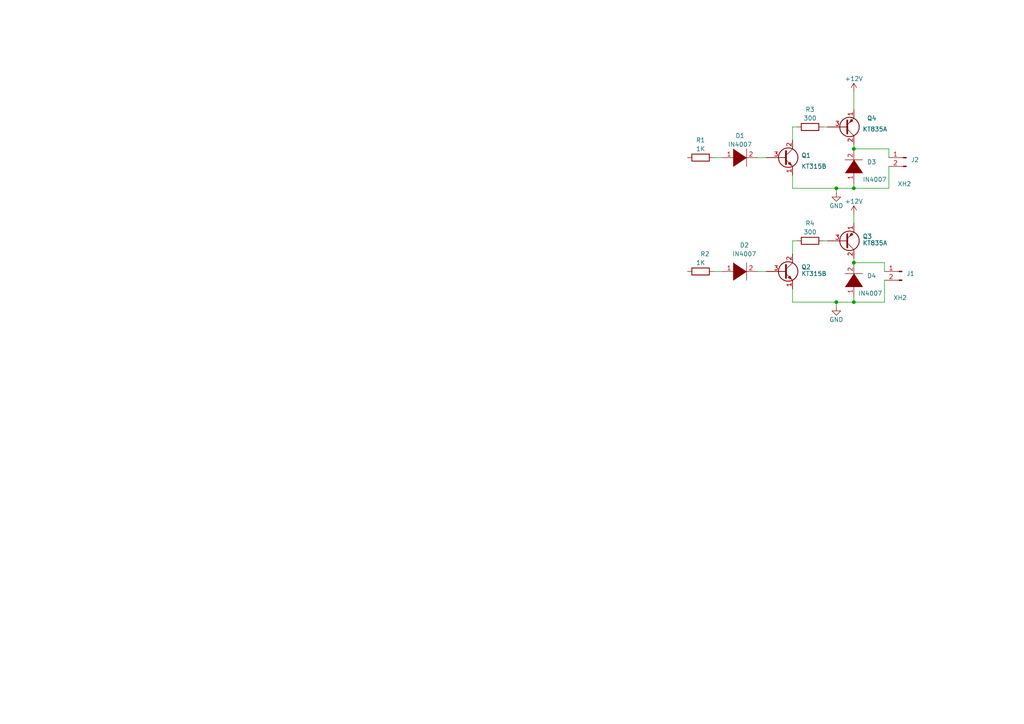
<source format=kicad_sch>
(kicad_sch (version 20220104) (generator eeschema)
  (paper "A4")
  (lib_symbols
    (symbol "Connector:Conn_01x02_Male" (pin_names (offset 1.016) hide)
      (property "Reference" "J" (at 0 2.54 0))
      (property "Value" "Conn_01x02_Male" (at 0 -5.08 0))
      (symbol "Conn_01x02_Male_1_1"
        (polyline (pts (xy 1.27 -2.54) (xy 0.8636 -2.54)) (stroke (width 0.1524)))
        (polyline (pts (xy 1.27 0) (xy 0.8636 0)) (stroke (width 0.1524)))
        (rectangle (start 0.8636 -2.413) (end 0 -2.667) (stroke (width 0.1524)) (fill (type outline)))
        (rectangle (start 0.8636 0.127) (end 0 -0.127) (stroke (width 0.1524)) (fill (type outline)))
        (pin passive line (at 5.08 0 180) (length 3.81) (name "Pin_1") (number "1"))
        (pin passive line (at 5.08 -2.54 180) (length 3.81) (name "Pin_2") (number "2"))
      )
    )
    (symbol "Device:Q_NPN_ECB" (pin_names (offset 0) hide)
      (property "Reference" "Q" (at 5.08 1.27 0))
      (property "Value" "Q_NPN_ECB" (at 5.08 -1.27 0))
      (symbol "Q_NPN_ECB_0_1"
        (polyline (pts (xy 0.635 0.635) (xy 2.54 2.54)))
        (polyline (pts (xy 0.635 -0.635) (xy 2.54 -2.54) (xy 2.54 -2.54)))
        (polyline (pts (xy 0.635 1.905) (xy 0.635 -1.905) (xy 0.635 -1.905)) (stroke (width 0.508)))
        (polyline (pts (xy 1.27 -1.778) (xy 1.778 -1.27) (xy 2.286 -2.286) (xy 1.27 -1.778) (xy 1.27 -1.778)) (fill (type outline)))
        (circle (center 1.27 0) (radius 2.8194) (stroke (width 0.254)))
      )
      (symbol "Q_NPN_ECB_1_1"
        (pin passive line (at 2.54 -5.08 90) (length 2.54) (name "E") (number "1"))
        (pin passive line (at 2.54 5.08 270) (length 2.54) (name "C") (number "2"))
        (pin passive line (at -5.08 0 0) (length 5.715) (name "B") (number "3"))
      )
    )
    (symbol "Device:Q_PNP_ECB" (pin_names (offset 0) hide)
      (property "Reference" "Q" (at 5.08 1.27 0))
      (property "Value" "Q_PNP_ECB" (at 5.08 -1.27 0))
      (symbol "Q_PNP_ECB_0_1"
        (polyline (pts (xy 0.635 0.635) (xy 2.54 2.54)))
        (polyline (pts (xy 0.635 -0.635) (xy 2.54 -2.54) (xy 2.54 -2.54)))
        (polyline (pts (xy 0.635 1.905) (xy 0.635 -1.905) (xy 0.635 -1.905)) (stroke (width 0.508)))
        (polyline (pts (xy 2.286 -1.778) (xy 1.778 -2.286) (xy 1.27 -1.27) (xy 2.286 -1.778) (xy 2.286 -1.778)) (fill (type outline)))
        (circle (center 1.27 0) (radius 2.8194) (stroke (width 0.254)))
      )
      (symbol "Q_PNP_ECB_1_1"
        (pin passive line (at 2.54 -5.08 90) (length 2.54) (name "E") (number "1"))
        (pin passive line (at 2.54 5.08 270) (length 2.54) (name "C") (number "2"))
        (pin input line (at -5.08 0 0) (length 5.715) (name "B") (number "3"))
      )
    )
    (symbol "Device:R" (pin_numbers hide) (pin_names (offset 0))
      (property "Reference" "R" (at 2.032 0 90))
      (property "Value" "R" (at 0 0 90))
      (symbol "R_0_1"
        (rectangle (start -1.016 -2.54) (end 1.016 2.54) (stroke (width 0.254)))
      )
      (symbol "R_1_1"
        (pin passive line (at 0 3.81 270) (length 1.27) (name "~") (number "1"))
        (pin passive line (at 0 -3.81 90) (length 1.27) (name "~") (number "2"))
      )
    )
    (symbol "power:+12V" (power) (pin_names (offset 0))
      (property "Value" "+12V" (at 0 3.556 0))
      (symbol "+12V_0_1"
        (polyline (pts (xy -0.762 1.27) (xy 0 2.54)))
        (polyline (pts (xy 0 0) (xy 0 2.54)))
        (polyline (pts (xy 0 2.54) (xy 0.762 1.27)))
      )
      (symbol "+12V_1_1"
        (pin power_in line (at 0 0 90) (length 0) hide (name "+12V") (number "1"))
      )
    )
    (symbol "power:GND" (power) (pin_names (offset 0))
      (property "Value" "GND" (at 0 -3.81 0))
      (symbol "GND_0_1"
        (polyline (pts (xy 0 0) (xy 0 -1.27) (xy 1.27 -1.27) (xy 0 -2.54) (xy -1.27 -1.27) (xy 0 -1.27)))
      )
      (symbol "GND_1_1"
        (pin power_in line (at 0 0 270) (length 0) hide (name "GND") (number "1"))
      )
    )
    (symbol "pspice:DIODE" (pin_names (offset 1.016) hide)
      (property "Reference" "D" (at 0 3.81 0))
      (property "Value" "DIODE" (at 0 -4.445 0))
      (symbol "DIODE_0_1"
        (polyline (pts (xy 1.905 2.54) (xy 1.905 -2.54)))
        (polyline (pts (xy -1.905 2.54) (xy -1.905 -2.54) (xy 1.905 0)) (fill (type outline)))
      )
      (symbol "DIODE_1_1"
        (pin input line (at -5.08 0 0) (length 3.81) (name "K") (number "1"))
        (pin input line (at 5.08 0 180) (length 3.81) (name "A") (number "2"))
      )
    )
  )
  (junction (at 242.57 54.61))
  (junction (at 242.57 87.63))
  (junction (at 247.65 54.61))
  (junction (at 247.65 76.2))
  (junction (at 247.65 43.18))
  (junction (at 247.65 87.63))
  (wire (pts (xy 229.87 54.61) (xy 242.57 54.61)))
  (wire (pts (xy 207.01 45.72) (xy 209.55 45.72)))
  (wire (pts (xy 229.87 36.83) (xy 231.14 36.83)))
  (wire (pts (xy 238.76 36.83) (xy 240.03 36.83)))
  (wire (pts (xy 242.57 54.61) (xy 247.65 54.61)))
  (wire (pts (xy 247.65 26.67) (xy 247.65 31.75)))
  (wire (pts (xy 247.65 87.63) (xy 256.54 87.63)))
  (wire (pts (xy 247.65 74.93) (xy 247.65 76.2)))
  (wire (pts (xy 247.65 86.36) (xy 247.65 87.63)))
  (wire (pts (xy 247.65 54.61) (xy 257.81 54.61)))
  (wire (pts (xy 256.54 78.74) (xy 256.54 76.2)))
  (wire (pts (xy 257.81 43.18) (xy 247.65 43.18)))
  (wire (pts (xy 257.81 45.72) (xy 257.81 43.18)))
  (wire (pts (xy 229.87 40.64) (xy 229.87 36.83)))
  (wire (pts (xy 219.71 45.72) (xy 222.25 45.72)))
  (wire (pts (xy 229.87 54.61) (xy 229.87 50.8)))
  (wire (pts (xy 256.54 87.63) (xy 256.54 81.28)))
  (wire (pts (xy 242.57 54.61) (xy 242.57 55.88)))
  (wire (pts (xy 219.71 78.74) (xy 222.25 78.74)))
  (wire (pts (xy 242.57 87.63) (xy 247.65 87.63)))
  (wire (pts (xy 207.01 78.74) (xy 209.55 78.74)))
  (wire (pts (xy 229.87 69.85) (xy 231.14 69.85)))
  (wire (pts (xy 247.65 62.23) (xy 247.65 64.77)))
  (wire (pts (xy 229.87 69.85) (xy 229.87 73.66)))
  (wire (pts (xy 257.81 48.26) (xy 257.81 54.61)))
  (wire (pts (xy 242.57 87.63) (xy 242.57 88.9)))
  (wire (pts (xy 256.54 76.2) (xy 247.65 76.2)))
  (wire (pts (xy 247.65 53.34) (xy 247.65 54.61)))
  (wire (pts (xy 238.76 69.85) (xy 240.03 69.85)))
  (wire (pts (xy 229.87 87.63) (xy 229.87 83.82)))
  (wire (pts (xy 229.87 87.63) (xy 242.57 87.63)))
  (wire (pts (xy 247.65 41.91) (xy 247.65 43.18)))
  (symbol (lib_id "Device:Q_NPN_ECB") (at 227.33 45.72 0) (unit 1)
    (property "Reference" "Q1" (at 232.41 45.085 0) (effects (justify left)))
    (property "Value" "KT315B" (at 232.41 48.26 0) (effects (justify left)))
  )
  (symbol (lib_id "pspice:DIODE") (at 247.65 48.26 90) (unit 1)
    (property "Reference" "D3" (at 251.46 46.99 90) (effects (justify right)))
    (property "Value" "IN4007" (at 250.19 52.07 90) (effects (justify right)))
  )
  (symbol (lib_id "pspice:DIODE") (at 214.63 45.72 0) (unit 1)
    (property "Reference" "D1" (at 214.63 39.37 0))
    (property "Value" "IN4007" (at 214.63 41.91 0))
  )
  (symbol (lib_id "Device:R") (at 234.95 36.83 90) (unit 1)
    (property "Reference" "R3" (at 234.95 31.75 90))
    (property "Value" "300" (at 234.95 34.29 90))
  )
  (symbol (lib_id "Device:Q_PNP_ECB") (at 245.11 69.85 0) (mirror x) (unit 1)
    (property "Reference" "Q3" (at 250.19 68.58 0) (effects (justify left)))
    (property "Value" "KT835A" (at 250.19 70.485 0) (effects (justify left)))
  )
  (symbol (lib_id "Connector:Conn_01x02_Male") (at 262.89 45.72 0) (mirror y) (unit 1)
    (property "Reference" "J2" (at 264.16 46.355 0) (effects (justify right)))
    (property "Value" "XH2" (at 260.35 53.34 0) (effects (justify right)))
  )
  (symbol (lib_id "Device:R") (at 203.2 78.74 90) (unit 1)
    (property "Reference" "R2" (at 204.47 73.66 90))
    (property "Value" "1K" (at 203.2 76.2 90))
  )
  (symbol (lib_id "Connector:Conn_01x02_Male") (at 261.62 78.74 0) (mirror y) (unit 1)
    (property "Reference" "J1" (at 262.89 79.375 0) (effects (justify right)))
    (property "Value" "XH2" (at 259.08 86.36 0) (effects (justify right)))
  )
  (symbol (lib_id "pspice:DIODE") (at 214.63 78.74 0) (unit 1)
    (property "Reference" "D2" (at 215.9 71.12 0))
    (property "Value" "IN4007" (at 215.9 73.66 0))
  )
  (symbol (lib_id "pspice:DIODE") (at 247.65 81.28 90) (unit 1)
    (property "Reference" "D4" (at 251.46 80.01 90) (effects (justify right)))
    (property "Value" "IN4007" (at 248.92 85.09 90) (effects (justify right)))
  )
  (symbol (lib_id "Device:R") (at 234.95 69.85 90) (unit 1)
    (property "Reference" "R4" (at 234.95 64.77 90))
    (property "Value" "300" (at 234.95 67.31 90))
  )
  (symbol (lib_id "power:GND") (at 242.57 55.88 0) (unit 1)
    (property "Reference" "#PWR01" (effects hide))
    (property "Value" "GND" (at 242.57 59.69 0))
  )
  (symbol (lib_id "power:+12V") (at 247.65 26.67 0) (unit 1)
    (property "Reference" "#PWR03" (effects hide))
    (property "Value" "+12V" (at 247.65 22.86 0))
  )
  (symbol (lib_id "power:GND") (at 242.57 88.9 0) (unit 1)
    (property "Reference" "#PWR02" (effects hide))
    (property "Value" "GND" (at 242.57 92.71 0))
  )
  (symbol (lib_id "Device:Q_PNP_ECB") (at 245.11 36.83 0) (mirror x) (unit 1)
    (property "Reference" "Q4" (at 251.46 34.29 0) (effects (justify left)))
    (property "Value" "KT835A" (at 250.19 37.465 0) (effects (justify left)))
  )
  (symbol (lib_id "Device:Q_NPN_ECB") (at 227.33 78.74 0) (unit 1)
    (property "Reference" "Q2" (at 232.41 77.47 0) (effects (justify left)))
    (property "Value" "KT315B" (at 232.41 79.375 0) (effects (justify left)))
  )
  (symbol (lib_id "Device:R") (at 203.2 45.72 90) (unit 1)
    (property "Reference" "R1" (at 203.2 40.64 90))
    (property "Value" "1K" (at 203.2 43.18 90))
  )
  (symbol (lib_id "power:+12V") (at 247.65 62.23 0) (unit 1)
    (property "Reference" "#PWR04" (effects hide))
    (property "Value" "+12V" (at 247.65 58.42 0))
  )
)
</source>
